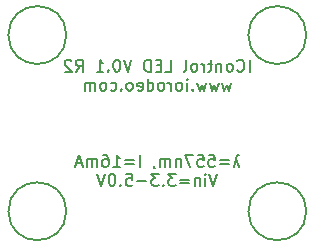
<source format=gbo>
%TF.GenerationSoftware,KiCad,Pcbnew,7.0.10-7.0.10~ubuntu22.04.1*%
%TF.CreationDate,2024-03-15T17:19:38-07:00*%
%TF.ProjectId,557nm_16mA,3535376e-6d5f-4313-966d-412e6b696361,rev?*%
%TF.SameCoordinates,Original*%
%TF.FileFunction,Legend,Bot*%
%TF.FilePolarity,Positive*%
%FSLAX46Y46*%
G04 Gerber Fmt 4.6, Leading zero omitted, Abs format (unit mm)*
G04 Created by KiCad (PCBNEW 7.0.10-7.0.10~ubuntu22.04.1) date 2024-03-15 17:19:38*
%MOMM*%
%LPD*%
G01*
G04 APERTURE LIST*
%ADD10C,0.150000*%
G04 APERTURE END LIST*
D10*
X70509524Y-55634819D02*
X70509524Y-54634819D01*
X69461906Y-55539580D02*
X69509525Y-55587200D01*
X69509525Y-55587200D02*
X69652382Y-55634819D01*
X69652382Y-55634819D02*
X69747620Y-55634819D01*
X69747620Y-55634819D02*
X69890477Y-55587200D01*
X69890477Y-55587200D02*
X69985715Y-55491961D01*
X69985715Y-55491961D02*
X70033334Y-55396723D01*
X70033334Y-55396723D02*
X70080953Y-55206247D01*
X70080953Y-55206247D02*
X70080953Y-55063390D01*
X70080953Y-55063390D02*
X70033334Y-54872914D01*
X70033334Y-54872914D02*
X69985715Y-54777676D01*
X69985715Y-54777676D02*
X69890477Y-54682438D01*
X69890477Y-54682438D02*
X69747620Y-54634819D01*
X69747620Y-54634819D02*
X69652382Y-54634819D01*
X69652382Y-54634819D02*
X69509525Y-54682438D01*
X69509525Y-54682438D02*
X69461906Y-54730057D01*
X68890477Y-55634819D02*
X68985715Y-55587200D01*
X68985715Y-55587200D02*
X69033334Y-55539580D01*
X69033334Y-55539580D02*
X69080953Y-55444342D01*
X69080953Y-55444342D02*
X69080953Y-55158628D01*
X69080953Y-55158628D02*
X69033334Y-55063390D01*
X69033334Y-55063390D02*
X68985715Y-55015771D01*
X68985715Y-55015771D02*
X68890477Y-54968152D01*
X68890477Y-54968152D02*
X68747620Y-54968152D01*
X68747620Y-54968152D02*
X68652382Y-55015771D01*
X68652382Y-55015771D02*
X68604763Y-55063390D01*
X68604763Y-55063390D02*
X68557144Y-55158628D01*
X68557144Y-55158628D02*
X68557144Y-55444342D01*
X68557144Y-55444342D02*
X68604763Y-55539580D01*
X68604763Y-55539580D02*
X68652382Y-55587200D01*
X68652382Y-55587200D02*
X68747620Y-55634819D01*
X68747620Y-55634819D02*
X68890477Y-55634819D01*
X68128572Y-54968152D02*
X68128572Y-55634819D01*
X68128572Y-55063390D02*
X68080953Y-55015771D01*
X68080953Y-55015771D02*
X67985715Y-54968152D01*
X67985715Y-54968152D02*
X67842858Y-54968152D01*
X67842858Y-54968152D02*
X67747620Y-55015771D01*
X67747620Y-55015771D02*
X67700001Y-55111009D01*
X67700001Y-55111009D02*
X67700001Y-55634819D01*
X67366667Y-54968152D02*
X66985715Y-54968152D01*
X67223810Y-54634819D02*
X67223810Y-55491961D01*
X67223810Y-55491961D02*
X67176191Y-55587200D01*
X67176191Y-55587200D02*
X67080953Y-55634819D01*
X67080953Y-55634819D02*
X66985715Y-55634819D01*
X66652381Y-55634819D02*
X66652381Y-54968152D01*
X66652381Y-55158628D02*
X66604762Y-55063390D01*
X66604762Y-55063390D02*
X66557143Y-55015771D01*
X66557143Y-55015771D02*
X66461905Y-54968152D01*
X66461905Y-54968152D02*
X66366667Y-54968152D01*
X65890476Y-55634819D02*
X65985714Y-55587200D01*
X65985714Y-55587200D02*
X66033333Y-55539580D01*
X66033333Y-55539580D02*
X66080952Y-55444342D01*
X66080952Y-55444342D02*
X66080952Y-55158628D01*
X66080952Y-55158628D02*
X66033333Y-55063390D01*
X66033333Y-55063390D02*
X65985714Y-55015771D01*
X65985714Y-55015771D02*
X65890476Y-54968152D01*
X65890476Y-54968152D02*
X65747619Y-54968152D01*
X65747619Y-54968152D02*
X65652381Y-55015771D01*
X65652381Y-55015771D02*
X65604762Y-55063390D01*
X65604762Y-55063390D02*
X65557143Y-55158628D01*
X65557143Y-55158628D02*
X65557143Y-55444342D01*
X65557143Y-55444342D02*
X65604762Y-55539580D01*
X65604762Y-55539580D02*
X65652381Y-55587200D01*
X65652381Y-55587200D02*
X65747619Y-55634819D01*
X65747619Y-55634819D02*
X65890476Y-55634819D01*
X64985714Y-55634819D02*
X65080952Y-55587200D01*
X65080952Y-55587200D02*
X65128571Y-55491961D01*
X65128571Y-55491961D02*
X65128571Y-54634819D01*
X63366666Y-55634819D02*
X63842856Y-55634819D01*
X63842856Y-55634819D02*
X63842856Y-54634819D01*
X63033332Y-55111009D02*
X62699999Y-55111009D01*
X62557142Y-55634819D02*
X63033332Y-55634819D01*
X63033332Y-55634819D02*
X63033332Y-54634819D01*
X63033332Y-54634819D02*
X62557142Y-54634819D01*
X62128570Y-55634819D02*
X62128570Y-54634819D01*
X62128570Y-54634819D02*
X61890475Y-54634819D01*
X61890475Y-54634819D02*
X61747618Y-54682438D01*
X61747618Y-54682438D02*
X61652380Y-54777676D01*
X61652380Y-54777676D02*
X61604761Y-54872914D01*
X61604761Y-54872914D02*
X61557142Y-55063390D01*
X61557142Y-55063390D02*
X61557142Y-55206247D01*
X61557142Y-55206247D02*
X61604761Y-55396723D01*
X61604761Y-55396723D02*
X61652380Y-55491961D01*
X61652380Y-55491961D02*
X61747618Y-55587200D01*
X61747618Y-55587200D02*
X61890475Y-55634819D01*
X61890475Y-55634819D02*
X62128570Y-55634819D01*
X60509522Y-54634819D02*
X60176189Y-55634819D01*
X60176189Y-55634819D02*
X59842856Y-54634819D01*
X59319046Y-54634819D02*
X59223808Y-54634819D01*
X59223808Y-54634819D02*
X59128570Y-54682438D01*
X59128570Y-54682438D02*
X59080951Y-54730057D01*
X59080951Y-54730057D02*
X59033332Y-54825295D01*
X59033332Y-54825295D02*
X58985713Y-55015771D01*
X58985713Y-55015771D02*
X58985713Y-55253866D01*
X58985713Y-55253866D02*
X59033332Y-55444342D01*
X59033332Y-55444342D02*
X59080951Y-55539580D01*
X59080951Y-55539580D02*
X59128570Y-55587200D01*
X59128570Y-55587200D02*
X59223808Y-55634819D01*
X59223808Y-55634819D02*
X59319046Y-55634819D01*
X59319046Y-55634819D02*
X59414284Y-55587200D01*
X59414284Y-55587200D02*
X59461903Y-55539580D01*
X59461903Y-55539580D02*
X59509522Y-55444342D01*
X59509522Y-55444342D02*
X59557141Y-55253866D01*
X59557141Y-55253866D02*
X59557141Y-55015771D01*
X59557141Y-55015771D02*
X59509522Y-54825295D01*
X59509522Y-54825295D02*
X59461903Y-54730057D01*
X59461903Y-54730057D02*
X59414284Y-54682438D01*
X59414284Y-54682438D02*
X59319046Y-54634819D01*
X58557141Y-55539580D02*
X58509522Y-55587200D01*
X58509522Y-55587200D02*
X58557141Y-55634819D01*
X58557141Y-55634819D02*
X58604760Y-55587200D01*
X58604760Y-55587200D02*
X58557141Y-55539580D01*
X58557141Y-55539580D02*
X58557141Y-55634819D01*
X57557142Y-55634819D02*
X58128570Y-55634819D01*
X57842856Y-55634819D02*
X57842856Y-54634819D01*
X57842856Y-54634819D02*
X57938094Y-54777676D01*
X57938094Y-54777676D02*
X58033332Y-54872914D01*
X58033332Y-54872914D02*
X58128570Y-54920533D01*
X55795237Y-55634819D02*
X56128570Y-55158628D01*
X56366665Y-55634819D02*
X56366665Y-54634819D01*
X56366665Y-54634819D02*
X55985713Y-54634819D01*
X55985713Y-54634819D02*
X55890475Y-54682438D01*
X55890475Y-54682438D02*
X55842856Y-54730057D01*
X55842856Y-54730057D02*
X55795237Y-54825295D01*
X55795237Y-54825295D02*
X55795237Y-54968152D01*
X55795237Y-54968152D02*
X55842856Y-55063390D01*
X55842856Y-55063390D02*
X55890475Y-55111009D01*
X55890475Y-55111009D02*
X55985713Y-55158628D01*
X55985713Y-55158628D02*
X56366665Y-55158628D01*
X55414284Y-54730057D02*
X55366665Y-54682438D01*
X55366665Y-54682438D02*
X55271427Y-54634819D01*
X55271427Y-54634819D02*
X55033332Y-54634819D01*
X55033332Y-54634819D02*
X54938094Y-54682438D01*
X54938094Y-54682438D02*
X54890475Y-54730057D01*
X54890475Y-54730057D02*
X54842856Y-54825295D01*
X54842856Y-54825295D02*
X54842856Y-54920533D01*
X54842856Y-54920533D02*
X54890475Y-55063390D01*
X54890475Y-55063390D02*
X55461903Y-55634819D01*
X55461903Y-55634819D02*
X54842856Y-55634819D01*
X68938094Y-56578152D02*
X68747618Y-57244819D01*
X68747618Y-57244819D02*
X68557142Y-56768628D01*
X68557142Y-56768628D02*
X68366666Y-57244819D01*
X68366666Y-57244819D02*
X68176190Y-56578152D01*
X67890475Y-56578152D02*
X67699999Y-57244819D01*
X67699999Y-57244819D02*
X67509523Y-56768628D01*
X67509523Y-56768628D02*
X67319047Y-57244819D01*
X67319047Y-57244819D02*
X67128571Y-56578152D01*
X66842856Y-56578152D02*
X66652380Y-57244819D01*
X66652380Y-57244819D02*
X66461904Y-56768628D01*
X66461904Y-56768628D02*
X66271428Y-57244819D01*
X66271428Y-57244819D02*
X66080952Y-56578152D01*
X65699999Y-57149580D02*
X65652380Y-57197200D01*
X65652380Y-57197200D02*
X65699999Y-57244819D01*
X65699999Y-57244819D02*
X65747618Y-57197200D01*
X65747618Y-57197200D02*
X65699999Y-57149580D01*
X65699999Y-57149580D02*
X65699999Y-57244819D01*
X65223809Y-57244819D02*
X65223809Y-56578152D01*
X65223809Y-56244819D02*
X65271428Y-56292438D01*
X65271428Y-56292438D02*
X65223809Y-56340057D01*
X65223809Y-56340057D02*
X65176190Y-56292438D01*
X65176190Y-56292438D02*
X65223809Y-56244819D01*
X65223809Y-56244819D02*
X65223809Y-56340057D01*
X64604762Y-57244819D02*
X64700000Y-57197200D01*
X64700000Y-57197200D02*
X64747619Y-57149580D01*
X64747619Y-57149580D02*
X64795238Y-57054342D01*
X64795238Y-57054342D02*
X64795238Y-56768628D01*
X64795238Y-56768628D02*
X64747619Y-56673390D01*
X64747619Y-56673390D02*
X64700000Y-56625771D01*
X64700000Y-56625771D02*
X64604762Y-56578152D01*
X64604762Y-56578152D02*
X64461905Y-56578152D01*
X64461905Y-56578152D02*
X64366667Y-56625771D01*
X64366667Y-56625771D02*
X64319048Y-56673390D01*
X64319048Y-56673390D02*
X64271429Y-56768628D01*
X64271429Y-56768628D02*
X64271429Y-57054342D01*
X64271429Y-57054342D02*
X64319048Y-57149580D01*
X64319048Y-57149580D02*
X64366667Y-57197200D01*
X64366667Y-57197200D02*
X64461905Y-57244819D01*
X64461905Y-57244819D02*
X64604762Y-57244819D01*
X63842857Y-57244819D02*
X63842857Y-56578152D01*
X63842857Y-56768628D02*
X63795238Y-56673390D01*
X63795238Y-56673390D02*
X63747619Y-56625771D01*
X63747619Y-56625771D02*
X63652381Y-56578152D01*
X63652381Y-56578152D02*
X63557143Y-56578152D01*
X63080952Y-57244819D02*
X63176190Y-57197200D01*
X63176190Y-57197200D02*
X63223809Y-57149580D01*
X63223809Y-57149580D02*
X63271428Y-57054342D01*
X63271428Y-57054342D02*
X63271428Y-56768628D01*
X63271428Y-56768628D02*
X63223809Y-56673390D01*
X63223809Y-56673390D02*
X63176190Y-56625771D01*
X63176190Y-56625771D02*
X63080952Y-56578152D01*
X63080952Y-56578152D02*
X62938095Y-56578152D01*
X62938095Y-56578152D02*
X62842857Y-56625771D01*
X62842857Y-56625771D02*
X62795238Y-56673390D01*
X62795238Y-56673390D02*
X62747619Y-56768628D01*
X62747619Y-56768628D02*
X62747619Y-57054342D01*
X62747619Y-57054342D02*
X62795238Y-57149580D01*
X62795238Y-57149580D02*
X62842857Y-57197200D01*
X62842857Y-57197200D02*
X62938095Y-57244819D01*
X62938095Y-57244819D02*
X63080952Y-57244819D01*
X61890476Y-57244819D02*
X61890476Y-56244819D01*
X61890476Y-57197200D02*
X61985714Y-57244819D01*
X61985714Y-57244819D02*
X62176190Y-57244819D01*
X62176190Y-57244819D02*
X62271428Y-57197200D01*
X62271428Y-57197200D02*
X62319047Y-57149580D01*
X62319047Y-57149580D02*
X62366666Y-57054342D01*
X62366666Y-57054342D02*
X62366666Y-56768628D01*
X62366666Y-56768628D02*
X62319047Y-56673390D01*
X62319047Y-56673390D02*
X62271428Y-56625771D01*
X62271428Y-56625771D02*
X62176190Y-56578152D01*
X62176190Y-56578152D02*
X61985714Y-56578152D01*
X61985714Y-56578152D02*
X61890476Y-56625771D01*
X61033333Y-57197200D02*
X61128571Y-57244819D01*
X61128571Y-57244819D02*
X61319047Y-57244819D01*
X61319047Y-57244819D02*
X61414285Y-57197200D01*
X61414285Y-57197200D02*
X61461904Y-57101961D01*
X61461904Y-57101961D02*
X61461904Y-56721009D01*
X61461904Y-56721009D02*
X61414285Y-56625771D01*
X61414285Y-56625771D02*
X61319047Y-56578152D01*
X61319047Y-56578152D02*
X61128571Y-56578152D01*
X61128571Y-56578152D02*
X61033333Y-56625771D01*
X61033333Y-56625771D02*
X60985714Y-56721009D01*
X60985714Y-56721009D02*
X60985714Y-56816247D01*
X60985714Y-56816247D02*
X61461904Y-56911485D01*
X60414285Y-57244819D02*
X60509523Y-57197200D01*
X60509523Y-57197200D02*
X60557142Y-57149580D01*
X60557142Y-57149580D02*
X60604761Y-57054342D01*
X60604761Y-57054342D02*
X60604761Y-56768628D01*
X60604761Y-56768628D02*
X60557142Y-56673390D01*
X60557142Y-56673390D02*
X60509523Y-56625771D01*
X60509523Y-56625771D02*
X60414285Y-56578152D01*
X60414285Y-56578152D02*
X60271428Y-56578152D01*
X60271428Y-56578152D02*
X60176190Y-56625771D01*
X60176190Y-56625771D02*
X60128571Y-56673390D01*
X60128571Y-56673390D02*
X60080952Y-56768628D01*
X60080952Y-56768628D02*
X60080952Y-57054342D01*
X60080952Y-57054342D02*
X60128571Y-57149580D01*
X60128571Y-57149580D02*
X60176190Y-57197200D01*
X60176190Y-57197200D02*
X60271428Y-57244819D01*
X60271428Y-57244819D02*
X60414285Y-57244819D01*
X59652380Y-57149580D02*
X59604761Y-57197200D01*
X59604761Y-57197200D02*
X59652380Y-57244819D01*
X59652380Y-57244819D02*
X59699999Y-57197200D01*
X59699999Y-57197200D02*
X59652380Y-57149580D01*
X59652380Y-57149580D02*
X59652380Y-57244819D01*
X58747619Y-57197200D02*
X58842857Y-57244819D01*
X58842857Y-57244819D02*
X59033333Y-57244819D01*
X59033333Y-57244819D02*
X59128571Y-57197200D01*
X59128571Y-57197200D02*
X59176190Y-57149580D01*
X59176190Y-57149580D02*
X59223809Y-57054342D01*
X59223809Y-57054342D02*
X59223809Y-56768628D01*
X59223809Y-56768628D02*
X59176190Y-56673390D01*
X59176190Y-56673390D02*
X59128571Y-56625771D01*
X59128571Y-56625771D02*
X59033333Y-56578152D01*
X59033333Y-56578152D02*
X58842857Y-56578152D01*
X58842857Y-56578152D02*
X58747619Y-56625771D01*
X58176190Y-57244819D02*
X58271428Y-57197200D01*
X58271428Y-57197200D02*
X58319047Y-57149580D01*
X58319047Y-57149580D02*
X58366666Y-57054342D01*
X58366666Y-57054342D02*
X58366666Y-56768628D01*
X58366666Y-56768628D02*
X58319047Y-56673390D01*
X58319047Y-56673390D02*
X58271428Y-56625771D01*
X58271428Y-56625771D02*
X58176190Y-56578152D01*
X58176190Y-56578152D02*
X58033333Y-56578152D01*
X58033333Y-56578152D02*
X57938095Y-56625771D01*
X57938095Y-56625771D02*
X57890476Y-56673390D01*
X57890476Y-56673390D02*
X57842857Y-56768628D01*
X57842857Y-56768628D02*
X57842857Y-57054342D01*
X57842857Y-57054342D02*
X57890476Y-57149580D01*
X57890476Y-57149580D02*
X57938095Y-57197200D01*
X57938095Y-57197200D02*
X58033333Y-57244819D01*
X58033333Y-57244819D02*
X58176190Y-57244819D01*
X57414285Y-57244819D02*
X57414285Y-56578152D01*
X57414285Y-56673390D02*
X57366666Y-56625771D01*
X57366666Y-56625771D02*
X57271428Y-56578152D01*
X57271428Y-56578152D02*
X57128571Y-56578152D01*
X57128571Y-56578152D02*
X57033333Y-56625771D01*
X57033333Y-56625771D02*
X56985714Y-56721009D01*
X56985714Y-56721009D02*
X56985714Y-57244819D01*
X56985714Y-56721009D02*
X56938095Y-56625771D01*
X56938095Y-56625771D02*
X56842857Y-56578152D01*
X56842857Y-56578152D02*
X56700000Y-56578152D01*
X56700000Y-56578152D02*
X56604761Y-56625771D01*
X56604761Y-56625771D02*
X56557142Y-56721009D01*
X56557142Y-56721009D02*
X56557142Y-57244819D01*
X69390475Y-63018152D02*
X69628570Y-63684819D01*
X69628570Y-62684819D02*
X69533332Y-62684819D01*
X69533332Y-62684819D02*
X69485713Y-62732438D01*
X69485713Y-62732438D02*
X69390475Y-63018152D01*
X69390475Y-63018152D02*
X69152380Y-63684819D01*
X68771427Y-63161009D02*
X68009523Y-63161009D01*
X68009523Y-63446723D02*
X68771427Y-63446723D01*
X67057142Y-62684819D02*
X67533332Y-62684819D01*
X67533332Y-62684819D02*
X67580951Y-63161009D01*
X67580951Y-63161009D02*
X67533332Y-63113390D01*
X67533332Y-63113390D02*
X67438094Y-63065771D01*
X67438094Y-63065771D02*
X67199999Y-63065771D01*
X67199999Y-63065771D02*
X67104761Y-63113390D01*
X67104761Y-63113390D02*
X67057142Y-63161009D01*
X67057142Y-63161009D02*
X67009523Y-63256247D01*
X67009523Y-63256247D02*
X67009523Y-63494342D01*
X67009523Y-63494342D02*
X67057142Y-63589580D01*
X67057142Y-63589580D02*
X67104761Y-63637200D01*
X67104761Y-63637200D02*
X67199999Y-63684819D01*
X67199999Y-63684819D02*
X67438094Y-63684819D01*
X67438094Y-63684819D02*
X67533332Y-63637200D01*
X67533332Y-63637200D02*
X67580951Y-63589580D01*
X66104761Y-62684819D02*
X66580951Y-62684819D01*
X66580951Y-62684819D02*
X66628570Y-63161009D01*
X66628570Y-63161009D02*
X66580951Y-63113390D01*
X66580951Y-63113390D02*
X66485713Y-63065771D01*
X66485713Y-63065771D02*
X66247618Y-63065771D01*
X66247618Y-63065771D02*
X66152380Y-63113390D01*
X66152380Y-63113390D02*
X66104761Y-63161009D01*
X66104761Y-63161009D02*
X66057142Y-63256247D01*
X66057142Y-63256247D02*
X66057142Y-63494342D01*
X66057142Y-63494342D02*
X66104761Y-63589580D01*
X66104761Y-63589580D02*
X66152380Y-63637200D01*
X66152380Y-63637200D02*
X66247618Y-63684819D01*
X66247618Y-63684819D02*
X66485713Y-63684819D01*
X66485713Y-63684819D02*
X66580951Y-63637200D01*
X66580951Y-63637200D02*
X66628570Y-63589580D01*
X65723808Y-62684819D02*
X65057142Y-62684819D01*
X65057142Y-62684819D02*
X65485713Y-63684819D01*
X64676189Y-63018152D02*
X64676189Y-63684819D01*
X64676189Y-63113390D02*
X64628570Y-63065771D01*
X64628570Y-63065771D02*
X64533332Y-63018152D01*
X64533332Y-63018152D02*
X64390475Y-63018152D01*
X64390475Y-63018152D02*
X64295237Y-63065771D01*
X64295237Y-63065771D02*
X64247618Y-63161009D01*
X64247618Y-63161009D02*
X64247618Y-63684819D01*
X63771427Y-63684819D02*
X63771427Y-63018152D01*
X63771427Y-63113390D02*
X63723808Y-63065771D01*
X63723808Y-63065771D02*
X63628570Y-63018152D01*
X63628570Y-63018152D02*
X63485713Y-63018152D01*
X63485713Y-63018152D02*
X63390475Y-63065771D01*
X63390475Y-63065771D02*
X63342856Y-63161009D01*
X63342856Y-63161009D02*
X63342856Y-63684819D01*
X63342856Y-63161009D02*
X63295237Y-63065771D01*
X63295237Y-63065771D02*
X63199999Y-63018152D01*
X63199999Y-63018152D02*
X63057142Y-63018152D01*
X63057142Y-63018152D02*
X62961903Y-63065771D01*
X62961903Y-63065771D02*
X62914284Y-63161009D01*
X62914284Y-63161009D02*
X62914284Y-63684819D01*
X62390475Y-63637200D02*
X62390475Y-63684819D01*
X62390475Y-63684819D02*
X62438094Y-63780057D01*
X62438094Y-63780057D02*
X62485713Y-63827676D01*
X61199999Y-63684819D02*
X61199999Y-62684819D01*
X60723809Y-63161009D02*
X59961905Y-63161009D01*
X59961905Y-63446723D02*
X60723809Y-63446723D01*
X58961905Y-63684819D02*
X59533333Y-63684819D01*
X59247619Y-63684819D02*
X59247619Y-62684819D01*
X59247619Y-62684819D02*
X59342857Y-62827676D01*
X59342857Y-62827676D02*
X59438095Y-62922914D01*
X59438095Y-62922914D02*
X59533333Y-62970533D01*
X58104762Y-62684819D02*
X58295238Y-62684819D01*
X58295238Y-62684819D02*
X58390476Y-62732438D01*
X58390476Y-62732438D02*
X58438095Y-62780057D01*
X58438095Y-62780057D02*
X58533333Y-62922914D01*
X58533333Y-62922914D02*
X58580952Y-63113390D01*
X58580952Y-63113390D02*
X58580952Y-63494342D01*
X58580952Y-63494342D02*
X58533333Y-63589580D01*
X58533333Y-63589580D02*
X58485714Y-63637200D01*
X58485714Y-63637200D02*
X58390476Y-63684819D01*
X58390476Y-63684819D02*
X58200000Y-63684819D01*
X58200000Y-63684819D02*
X58104762Y-63637200D01*
X58104762Y-63637200D02*
X58057143Y-63589580D01*
X58057143Y-63589580D02*
X58009524Y-63494342D01*
X58009524Y-63494342D02*
X58009524Y-63256247D01*
X58009524Y-63256247D02*
X58057143Y-63161009D01*
X58057143Y-63161009D02*
X58104762Y-63113390D01*
X58104762Y-63113390D02*
X58200000Y-63065771D01*
X58200000Y-63065771D02*
X58390476Y-63065771D01*
X58390476Y-63065771D02*
X58485714Y-63113390D01*
X58485714Y-63113390D02*
X58533333Y-63161009D01*
X58533333Y-63161009D02*
X58580952Y-63256247D01*
X57580952Y-63684819D02*
X57580952Y-63018152D01*
X57580952Y-63113390D02*
X57533333Y-63065771D01*
X57533333Y-63065771D02*
X57438095Y-63018152D01*
X57438095Y-63018152D02*
X57295238Y-63018152D01*
X57295238Y-63018152D02*
X57200000Y-63065771D01*
X57200000Y-63065771D02*
X57152381Y-63161009D01*
X57152381Y-63161009D02*
X57152381Y-63684819D01*
X57152381Y-63161009D02*
X57104762Y-63065771D01*
X57104762Y-63065771D02*
X57009524Y-63018152D01*
X57009524Y-63018152D02*
X56866667Y-63018152D01*
X56866667Y-63018152D02*
X56771428Y-63065771D01*
X56771428Y-63065771D02*
X56723809Y-63161009D01*
X56723809Y-63161009D02*
X56723809Y-63684819D01*
X56295238Y-63399104D02*
X55819048Y-63399104D01*
X56390476Y-63684819D02*
X56057143Y-62684819D01*
X56057143Y-62684819D02*
X55723810Y-63684819D01*
X67771427Y-64294819D02*
X67438094Y-65294819D01*
X67438094Y-65294819D02*
X67104761Y-64294819D01*
X66771427Y-65294819D02*
X66771427Y-64628152D01*
X66771427Y-64294819D02*
X66819046Y-64342438D01*
X66819046Y-64342438D02*
X66771427Y-64390057D01*
X66771427Y-64390057D02*
X66723808Y-64342438D01*
X66723808Y-64342438D02*
X66771427Y-64294819D01*
X66771427Y-64294819D02*
X66771427Y-64390057D01*
X66295237Y-64628152D02*
X66295237Y-65294819D01*
X66295237Y-64723390D02*
X66247618Y-64675771D01*
X66247618Y-64675771D02*
X66152380Y-64628152D01*
X66152380Y-64628152D02*
X66009523Y-64628152D01*
X66009523Y-64628152D02*
X65914285Y-64675771D01*
X65914285Y-64675771D02*
X65866666Y-64771009D01*
X65866666Y-64771009D02*
X65866666Y-65294819D01*
X65390475Y-64771009D02*
X64628571Y-64771009D01*
X64628571Y-65056723D02*
X65390475Y-65056723D01*
X64247618Y-64294819D02*
X63628571Y-64294819D01*
X63628571Y-64294819D02*
X63961904Y-64675771D01*
X63961904Y-64675771D02*
X63819047Y-64675771D01*
X63819047Y-64675771D02*
X63723809Y-64723390D01*
X63723809Y-64723390D02*
X63676190Y-64771009D01*
X63676190Y-64771009D02*
X63628571Y-64866247D01*
X63628571Y-64866247D02*
X63628571Y-65104342D01*
X63628571Y-65104342D02*
X63676190Y-65199580D01*
X63676190Y-65199580D02*
X63723809Y-65247200D01*
X63723809Y-65247200D02*
X63819047Y-65294819D01*
X63819047Y-65294819D02*
X64104761Y-65294819D01*
X64104761Y-65294819D02*
X64199999Y-65247200D01*
X64199999Y-65247200D02*
X64247618Y-65199580D01*
X63199999Y-65199580D02*
X63152380Y-65247200D01*
X63152380Y-65247200D02*
X63199999Y-65294819D01*
X63199999Y-65294819D02*
X63247618Y-65247200D01*
X63247618Y-65247200D02*
X63199999Y-65199580D01*
X63199999Y-65199580D02*
X63199999Y-65294819D01*
X62819047Y-64294819D02*
X62200000Y-64294819D01*
X62200000Y-64294819D02*
X62533333Y-64675771D01*
X62533333Y-64675771D02*
X62390476Y-64675771D01*
X62390476Y-64675771D02*
X62295238Y-64723390D01*
X62295238Y-64723390D02*
X62247619Y-64771009D01*
X62247619Y-64771009D02*
X62200000Y-64866247D01*
X62200000Y-64866247D02*
X62200000Y-65104342D01*
X62200000Y-65104342D02*
X62247619Y-65199580D01*
X62247619Y-65199580D02*
X62295238Y-65247200D01*
X62295238Y-65247200D02*
X62390476Y-65294819D01*
X62390476Y-65294819D02*
X62676190Y-65294819D01*
X62676190Y-65294819D02*
X62771428Y-65247200D01*
X62771428Y-65247200D02*
X62819047Y-65199580D01*
X61771428Y-64913866D02*
X61009524Y-64913866D01*
X60057143Y-64294819D02*
X60533333Y-64294819D01*
X60533333Y-64294819D02*
X60580952Y-64771009D01*
X60580952Y-64771009D02*
X60533333Y-64723390D01*
X60533333Y-64723390D02*
X60438095Y-64675771D01*
X60438095Y-64675771D02*
X60200000Y-64675771D01*
X60200000Y-64675771D02*
X60104762Y-64723390D01*
X60104762Y-64723390D02*
X60057143Y-64771009D01*
X60057143Y-64771009D02*
X60009524Y-64866247D01*
X60009524Y-64866247D02*
X60009524Y-65104342D01*
X60009524Y-65104342D02*
X60057143Y-65199580D01*
X60057143Y-65199580D02*
X60104762Y-65247200D01*
X60104762Y-65247200D02*
X60200000Y-65294819D01*
X60200000Y-65294819D02*
X60438095Y-65294819D01*
X60438095Y-65294819D02*
X60533333Y-65247200D01*
X60533333Y-65247200D02*
X60580952Y-65199580D01*
X59580952Y-65199580D02*
X59533333Y-65247200D01*
X59533333Y-65247200D02*
X59580952Y-65294819D01*
X59580952Y-65294819D02*
X59628571Y-65247200D01*
X59628571Y-65247200D02*
X59580952Y-65199580D01*
X59580952Y-65199580D02*
X59580952Y-65294819D01*
X58914286Y-64294819D02*
X58819048Y-64294819D01*
X58819048Y-64294819D02*
X58723810Y-64342438D01*
X58723810Y-64342438D02*
X58676191Y-64390057D01*
X58676191Y-64390057D02*
X58628572Y-64485295D01*
X58628572Y-64485295D02*
X58580953Y-64675771D01*
X58580953Y-64675771D02*
X58580953Y-64913866D01*
X58580953Y-64913866D02*
X58628572Y-65104342D01*
X58628572Y-65104342D02*
X58676191Y-65199580D01*
X58676191Y-65199580D02*
X58723810Y-65247200D01*
X58723810Y-65247200D02*
X58819048Y-65294819D01*
X58819048Y-65294819D02*
X58914286Y-65294819D01*
X58914286Y-65294819D02*
X59009524Y-65247200D01*
X59009524Y-65247200D02*
X59057143Y-65199580D01*
X59057143Y-65199580D02*
X59104762Y-65104342D01*
X59104762Y-65104342D02*
X59152381Y-64913866D01*
X59152381Y-64913866D02*
X59152381Y-64675771D01*
X59152381Y-64675771D02*
X59104762Y-64485295D01*
X59104762Y-64485295D02*
X59057143Y-64390057D01*
X59057143Y-64390057D02*
X59009524Y-64342438D01*
X59009524Y-64342438D02*
X58914286Y-64294819D01*
X58295238Y-64294819D02*
X57961905Y-65294819D01*
X57961905Y-65294819D02*
X57628572Y-64294819D01*
%TO.C,M1*%
X54990000Y-52540000D02*
G75*
G03*
X50090000Y-52540000I-2450000J0D01*
G01*
X50090000Y-52540000D02*
G75*
G03*
X54990000Y-52540000I2450000J0D01*
G01*
%TO.C,M2*%
X75310000Y-52540000D02*
G75*
G03*
X70410000Y-52540000I-2450000J0D01*
G01*
X70410000Y-52540000D02*
G75*
G03*
X75310000Y-52540000I2450000J0D01*
G01*
%TO.C,M3*%
X75310000Y-67460000D02*
G75*
G03*
X70410000Y-67460000I-2450000J0D01*
G01*
X70410000Y-67460000D02*
G75*
G03*
X75310000Y-67460000I2450000J0D01*
G01*
%TO.C,M4*%
X54990000Y-67460000D02*
G75*
G03*
X50090000Y-67460000I-2450000J0D01*
G01*
X50090000Y-67460000D02*
G75*
G03*
X54990000Y-67460000I2450000J0D01*
G01*
%TD*%
M02*

</source>
